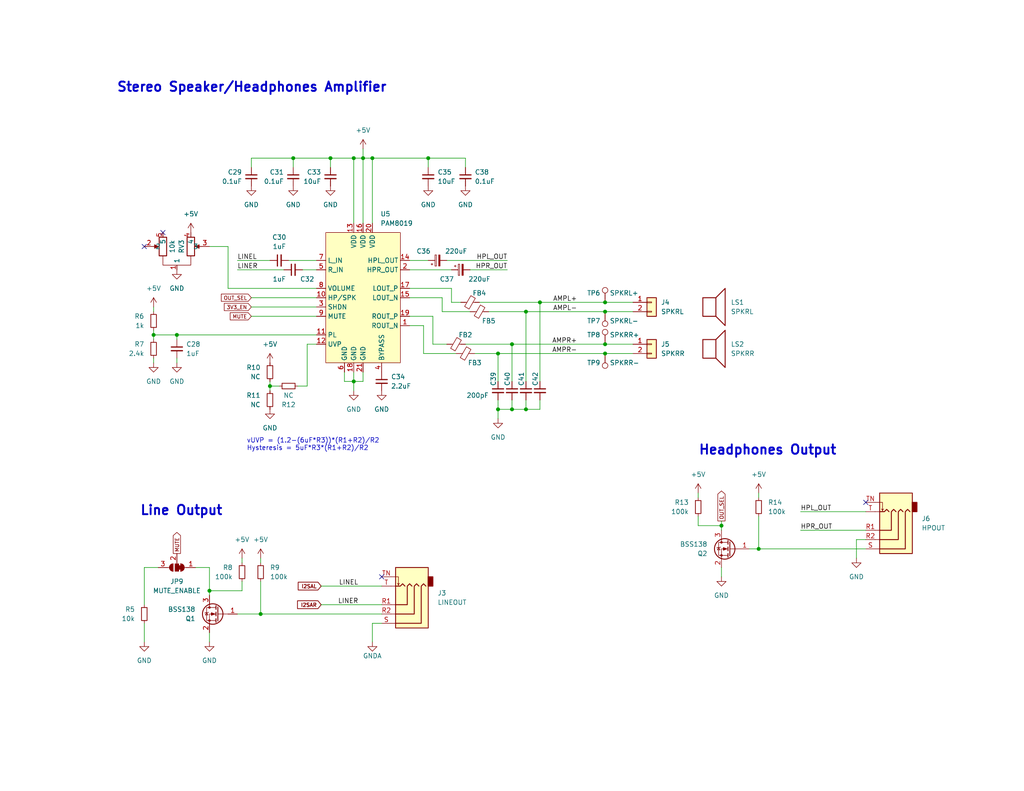
<source format=kicad_sch>
(kicad_sch (version 20231120) (generator "eeschema") (generator_version "8.0")
  (paper "A")
  (title_block (title "pico_synth_sandbox - Audio Output") (date "2023-11-30") (rev "2") (comment 3 "pico-synth-sandbox.dcdalrymple.com") (comment 4 "D Cooper Dalrymple"))
  (lib_symbols
    (symbol "Connector:TestPoint" (pin_numbers hide) (pin_names (offset 0.762) hide)
      (property "Reference" "TP" (at 0 6.858 0))
      (property "Value" "TestPoint" (at 0 5.08 0))
      (symbol "TestPoint_0_1"
        (circle (center 0 3.302) (radius 0.762))
      )
      (symbol "TestPoint_1_1"
        (pin passive line (at 0 0 90) (length 2.54) (name "1") (number "1"))
      )
    )
    (symbol "Connector_Audio:AudioJack4_SwitchT1"
      (property "Reference" "J" (at 0 11.43 0))
      (property "Value" "AudioJack4_SwitchT1" (at 0 8.89 0))
      (symbol "AudioJack4_SwitchT1_0_1"
        (rectangle (start -7.62 -5.08) (end -8.89 -7.62) (stroke (width 0.254)) (fill (type outline)))
        (polyline (pts (xy 1.27 -5.08) (xy 2.54 -5.08)))
        (polyline (pts (xy 1.27 2.54) (xy 2.54 2.54)))
        (polyline (pts (xy 2.54 0) (xy 1.27 0)))
        (polyline (pts (xy 2.54 5.08) (xy 1.27 5.08)))
        (rectangle (start 1.27 6.35) (end -7.62 -10.16) (stroke (width 0.254)) (fill (type background)))
      )
      (symbol "AudioJack4_SwitchT1_1_1"
        (polyline (pts (xy 0.508 -5.334) (xy 0.762 -5.842)))
        (polyline (pts (xy -1.27 -5.08) (xy -0.635 -5.715) (xy 0 -5.08) (xy 1.27 -5.08)) (stroke (width 0.254)))
        (polyline (pts (xy 2.54 -7.62) (xy 0.508 -7.62) (xy 0.508 -5.334) (xy 0.254 -5.842)))
        (polyline (pts (xy -3.175 -5.08) (xy -2.54 -5.715) (xy -1.905 -5.08) (xy -1.905 0) (xy 1.27 0)) (stroke (width 0.254)))
        (polyline (pts (xy 1.27 2.54) (xy -3.81 2.54) (xy -3.81 -5.08) (xy -4.445 -5.715) (xy -5.08 -5.08)) (stroke (width 0.254)))
        (polyline (pts (xy 1.27 5.08) (xy -5.715 5.08) (xy -5.715 -5.08) (xy -6.35 -5.715) (xy -6.985 -5.08)) (stroke (width 0.254)))
        (pin passive line (at 5.08 0 180) (length 2.54) (name "~") (number "R1"))
        (pin passive line (at 5.08 2.54 180) (length 2.54) (name "~") (number "R2"))
        (pin passive line (at 5.08 5.08 180) (length 2.54) (name "~") (number "S"))
        (pin passive line (at 5.08 -5.08 180) (length 2.54) (name "~") (number "T"))
        (pin passive line (at 5.08 -7.62 180) (length 2.54) (name "~") (number "TN"))
      )
    )
    (symbol "Connector_Generic:Conn_01x02" (pin_names (offset 1.016) hide)
      (property "Reference" "J" (at 0 2.54 0))
      (property "Value" "Conn_01x02" (at 0 -5.08 0))
      (symbol "Conn_01x02_1_1"
        (rectangle (start -1.27 -2.413) (end 0 -2.667) (stroke (width 0.1524)))
        (rectangle (start -1.27 0.127) (end 0 -0.127) (stroke (width 0.1524)))
        (rectangle (start -1.27 1.27) (end 1.27 -3.81) (stroke (width 0.254)) (fill (type background)))
        (pin passive line (at -5.08 0 0) (length 3.81) (name "Pin_1") (number "1"))
        (pin passive line (at -5.08 -2.54 0) (length 3.81) (name "Pin_2") (number "2"))
      )
    )
    (symbol "Device:C_Polarized_Small" (pin_numbers hide) (pin_names (offset 0.254) hide)
      (property "Reference" "C" (at 0.254 1.778 0))
      (property "Value" "C_Polarized_Small" (at 0.254 -2.032 0))
      (symbol "C_Polarized_Small_0_1"
        (rectangle (start -1.524 -0.3048) (end 1.524 -0.6858) (fill (type outline)))
        (rectangle (start -1.524 0.6858) (end 1.524 0.3048))
        (polyline (pts (xy -1.27 1.524) (xy -0.762 1.524)))
        (polyline (pts (xy -1.016 1.27) (xy -1.016 1.778)))
      )
      (symbol "C_Polarized_Small_1_1"
        (pin passive line (at 0 2.54 270) (length 1.8542) (name "~") (number "1"))
        (pin passive line (at 0 -2.54 90) (length 1.8542) (name "~") (number "2"))
      )
    )
    (symbol "Device:C_Small" (pin_numbers hide) (pin_names (offset 0.254) hide)
      (property "Reference" "C" (at 0.254 1.778 0))
      (property "Value" "C_Small" (at 0.254 -2.032 0))
      (symbol "C_Small_0_1"
        (polyline (pts (xy -1.524 -0.508) (xy 1.524 -0.508)) (stroke (width 0.3302)))
        (polyline (pts (xy -1.524 0.508) (xy 1.524 0.508)) (stroke (width 0.3048)))
      )
      (symbol "C_Small_1_1"
        (pin passive line (at 0 2.54 270) (length 2.032) (name "~") (number "1"))
        (pin passive line (at 0 -2.54 90) (length 2.032) (name "~") (number "2"))
      )
    )
    (symbol "Device:FerriteBead_Small" (pin_numbers hide) (pin_names (offset 0))
      (property "Reference" "FB" (at 1.905 1.27 0))
      (property "Value" "FerriteBead_Small" (at 1.905 -1.27 0))
      (symbol "FerriteBead_Small_0_1"
        (polyline (pts (xy 0 -1.27) (xy 0 -0.7874)))
        (polyline (pts (xy 0 0.889) (xy 0 1.2954)))
        (polyline (pts (xy -1.8288 0.2794) (xy -1.1176 1.4986) (xy 1.8288 -0.2032) (xy 1.1176 -1.4224) (xy -1.8288 0.2794)))
      )
      (symbol "FerriteBead_Small_1_1"
        (pin passive line (at 0 2.54 270) (length 1.27) (name "~") (number "1"))
        (pin passive line (at 0 -2.54 90) (length 1.27) (name "~") (number "2"))
      )
    )
    (symbol "Device:R_Small" (pin_numbers hide) (pin_names (offset 0.254) hide)
      (property "Reference" "R" (at 0.762 0.508 0))
      (property "Value" "R_Small" (at 0.762 -1.016 0))
      (symbol "R_Small_0_1"
        (rectangle (start -0.762 1.778) (end 0.762 -1.778) (stroke (width 0.2032)))
      )
      (symbol "R_Small_1_1"
        (pin passive line (at 0 2.54 270) (length 0.762) (name "~") (number "1"))
        (pin passive line (at 0 -2.54 90) (length 0.762) (name "~") (number "2"))
      )
    )
    (symbol "Jumper:SolderJumper_3_Bridged12" (pin_names (offset 0) hide)
      (property "Reference" "JP" (at -2.54 -2.54 0))
      (property "Value" "SolderJumper_3_Bridged12" (at 0 2.794 0))
      (symbol "SolderJumper_3_Bridged12_0_1"
        (rectangle (start -1.016 0.508) (end -0.508 -0.508) (fill (type outline)))
        (arc (start -1.016 1.016) (mid -2.0276 0) (end -1.016 -1.016))
        (arc (start -1.016 1.016) (mid -2.0276 0) (end -1.016 -1.016) (fill (type outline)))
        (rectangle (start -0.508 1.016) (end 0.508 -1.016) (fill (type outline)))
        (polyline (pts (xy -2.54 0) (xy -2.032 0)))
        (polyline (pts (xy -1.016 1.016) (xy -1.016 -1.016)))
        (polyline (pts (xy 0 -1.27) (xy 0 -1.016)))
        (polyline (pts (xy 1.016 1.016) (xy 1.016 -1.016)))
        (polyline (pts (xy 2.54 0) (xy 2.032 0)))
        (arc (start 1.016 -1.016) (mid 2.0276 0) (end 1.016 1.016))
        (arc (start 1.016 -1.016) (mid 2.0276 0) (end 1.016 1.016) (fill (type outline)))
      )
      (symbol "SolderJumper_3_Bridged12_1_1"
        (pin passive line (at -5.08 0 0) (length 2.54) (name "A") (number "1"))
        (pin passive line (at 0 -3.81 90) (length 2.54) (name "C") (number "2"))
        (pin passive line (at 5.08 0 180) (length 2.54) (name "B") (number "3"))
      )
    )
    (symbol "Transistor_FET:BSS138" (pin_names hide)
      (property "Reference" "Q" (at 5.08 1.905 0))
      (property "Value" "BSS138" (at 5.08 0 0))
      (symbol "BSS138_0_1"
        (polyline (pts (xy 0.254 0) (xy -2.54 0)))
        (polyline (pts (xy 0.254 1.905) (xy 0.254 -1.905)) (stroke (width 0.254)))
        (polyline (pts (xy 0.762 -1.27) (xy 0.762 -2.286)) (stroke (width 0.254)))
        (polyline (pts (xy 0.762 0.508) (xy 0.762 -0.508)) (stroke (width 0.254)))
        (polyline (pts (xy 0.762 2.286) (xy 0.762 1.27)) (stroke (width 0.254)))
        (polyline (pts (xy 2.54 2.54) (xy 2.54 1.778)))
        (polyline (pts (xy 2.54 -2.54) (xy 2.54 0) (xy 0.762 0)))
        (polyline (pts (xy 0.762 -1.778) (xy 3.302 -1.778) (xy 3.302 1.778) (xy 0.762 1.778)))
        (polyline (pts (xy 1.016 0) (xy 2.032 0.381) (xy 2.032 -0.381) (xy 1.016 0)) (fill (type outline)))
        (polyline (pts (xy 2.794 0.508) (xy 2.921 0.381) (xy 3.683 0.381) (xy 3.81 0.254)))
        (polyline (pts (xy 3.302 0.381) (xy 2.921 -0.254) (xy 3.683 -0.254) (xy 3.302 0.381)))
        (circle (center 1.651 0) (radius 2.794) (stroke (width 0.254)))
        (circle (center 2.54 -1.778) (radius 0.254) (fill (type outline)))
        (circle (center 2.54 1.778) (radius 0.254) (fill (type outline)))
      )
      (symbol "BSS138_1_1"
        (pin input line (at -5.08 0 0) (length 2.54) (name "G") (number "1"))
        (pin passive line (at 2.54 -5.08 90) (length 2.54) (name "S") (number "2"))
        (pin passive line (at 2.54 5.08 270) (length 2.54) (name "D") (number "3"))
      )
    )
    (symbol "pico_synth_sandbox:MiniOvalSpeaker" (pin_names (offset 0) hide)
      (property "Reference" "LS" (at 1.27 5.715 0))
      (property "Value" "MiniOvalSpeaker" (at 1.27 3.81 0))
      (symbol "MiniOvalSpeaker_0_0"
        (rectangle (start -2.54 1.27) (end 1.016 -3.81) (stroke (width 0.254)))
        (polyline (pts (xy 1.016 1.27) (xy 3.556 3.81) (xy 3.556 -6.35) (xy 1.016 -3.81)) (stroke (width 0.254)))
      )
    )
    (symbol "pico_synth_sandbox:PAM8019"
      (property "Reference" "U" (at -10.16 16.51 0))
      (property "Value" "PAM8019" (at 10.16 16.51 0))
      (symbol "PAM8019_1_1"
        (rectangle (start -10.16 15.24) (end 10.16 -20.32) (fill (type background)))
        (pin output line (at 12.7 -10.16 180) (length 2.54) (name "ROUT_N") (number "1"))
        (pin input line (at -12.7 -2.54 0) (length 2.54) (name "HP/SPK") (number "10"))
        (pin input line (at -12.7 -12.7 0) (length 2.54) (name "PL") (number "11"))
        (pin input line (at -12.7 -15.24 0) (length 2.54) (name "UVP") (number "12"))
        (pin power_in line (at -2.54 17.78 270) (length 2.54) (name "VDD") (number "13"))
        (pin output line (at 12.7 7.62 180) (length 2.54) (name "HPL_OUT") (number "14"))
        (pin output line (at 12.7 -2.54 180) (length 2.54) (name "LOUT_N") (number "15"))
        (pin power_in line (at 0 17.78 270) (length 2.54) (name "VDD") (number "16"))
        (pin output line (at 12.7 0 180) (length 2.54) (name "LOUT_P") (number "17"))
        (pin power_in line (at -2.54 -22.86 90) (length 2.54) (name "GND") (number "18"))
        (pin output line (at 12.7 -7.62 180) (length 2.54) (name "ROUT_P") (number "19"))
        (pin output line (at 12.7 5.08 180) (length 2.54) (name "HPR_OUT") (number "2"))
        (pin power_in line (at 2.54 17.78 270) (length 2.54) (name "VDD") (number "20"))
        (pin power_in line (at 0 -22.86 90) (length 2.54) (name "GND") (number "21"))
        (pin input line (at -12.7 -5.08 0) (length 2.54) (name "SHDN") (number "3"))
        (pin input line (at 5.08 -22.86 90) (length 2.54) (name "BYPASS") (number "4"))
        (pin input line (at -12.7 5.08 0) (length 2.54) (name "R_IN") (number "5"))
        (pin power_in line (at -5.08 -22.86 90) (length 2.54) (name "GND") (number "6"))
        (pin input line (at -12.7 7.62 0) (length 2.54) (name "L_IN") (number "7"))
        (pin input line (at -12.7 0 0) (length 2.54) (name "VOLUME") (number "8"))
        (pin input line (at -12.7 -7.62 0) (length 2.54) (name "MUTE") (number "9"))
      )
    )
    (symbol "pico_synth_sandbox:RK10J12R0A0B"
      (property "Reference" "RV" (at 0 0 0))
      (property "Value" "?" (at 0 0 0))
      (symbol "RK10J12R0A0B_0_1"
        (rectangle (start -4.826 2.54) (end -2.794 -2.54) (stroke (width 0.254)))
        (polyline (pts (xy -6.35 0) (xy -5.334 0)))
        (polyline (pts (xy -6.35 0) (xy -5.334 0)))
        (polyline (pts (xy 6.35 0) (xy 5.334 0)))
        (polyline (pts (xy 6.35 0) (xy 5.334 0)))
        (polyline (pts (xy -4.953 0) (xy -6.096 -0.508) (xy -6.096 0.508) (xy -4.953 0)) (fill (type outline)))
        (polyline (pts (xy -3.81 -2.54) (xy -3.81 -5.08) (xy 3.81 -5.08) (xy 3.81 -2.54)))
        (polyline (pts (xy 4.953 0) (xy 6.096 0.508) (xy 6.096 -0.508) (xy 4.953 0)) (fill (type outline)))
        (rectangle (start 4.826 2.54) (end 2.794 -2.54) (stroke (width 0.254)))
      )
      (symbol "RK10J12R0A0B_1_1"
        (pin passive line (at 0 -6.35 90) (length 1.27) (name "1") (number "1"))
        (pin passive line (at -8.89 0 0) (length 2.54) (name "2") (number "2"))
        (pin passive line (at 8.89 0 180) (length 2.54) (name "3") (number "3"))
        (pin passive line (at 3.81 3.81 270) (length 1.27) (name "4") (number "4"))
        (pin passive line (at -3.81 3.81 270) (length 1.27) (name "5") (number "5"))
      )
    )
    (symbol "power:+5V" (power) (pin_names (offset 0))
      (property "Value" "+5V" (at 0 3.556 0))
      (symbol "+5V_0_1"
        (polyline (pts (xy -0.762 1.27) (xy 0 2.54)))
        (polyline (pts (xy 0 0) (xy 0 2.54)))
        (polyline (pts (xy 0 2.54) (xy 0.762 1.27)))
      )
      (symbol "+5V_1_1"
        (pin power_in line (at 0 0 90) (length 0) hide (name "+5V") (number "1"))
      )
    )
    (symbol "power:GND" (power) (pin_names (offset 0))
      (property "Value" "GND" (at 0 -3.81 0))
      (symbol "GND_0_1"
        (polyline (pts (xy 0 0) (xy 0 -1.27) (xy 1.27 -1.27) (xy 0 -2.54) (xy -1.27 -1.27) (xy 0 -1.27)))
      )
      (symbol "GND_1_1"
        (pin power_in line (at 0 0 270) (length 0) hide (name "GND") (number "1"))
      )
    )
    (symbol "power:GNDA" (power) (pin_names (offset 0))
      (property "Value" "GNDA" (at 0 -3.81 0))
      (symbol "GNDA_0_1"
        (polyline (pts (xy 0 0) (xy 0 -1.27) (xy 1.27 -1.27) (xy 0 -2.54) (xy -1.27 -1.27) (xy 0 -1.27)))
      )
      (symbol "GNDA_1_1"
        (pin power_in line (at 0 0 270) (length 0) hide (name "GNDA") (number "1"))
      )
    )
  )
  (junction (at 135.89 111.76))
  (junction (at 139.7 93.98))
  (junction (at 80.01 43.18))
  (junction (at 71.12 167.64))
  (junction (at 101.6 43.18))
  (junction (at 99.06 43.18))
  (junction (at 165.1 82.55))
  (junction (at 147.32 82.55))
  (junction (at 96.52 104.14))
  (junction (at 165.1 96.52))
  (junction (at 165.1 93.98))
  (junction (at 116.84 43.18))
  (junction (at 135.89 96.52))
  (junction (at 48.26 91.44))
  (junction (at 143.51 111.76))
  (junction (at 96.52 43.18))
  (junction (at 207.01 149.86))
  (junction (at 90.17 43.18))
  (junction (at 196.85 143.51))
  (junction (at 41.91 91.44))
  (junction (at 73.66 105.41))
  (junction (at 57.15 161.29))
  (junction (at 143.51 85.09))
  (junction (at 139.7 111.76))
  (junction (at 165.1 85.09))
  (no_connect (at 44.45 63.5))
  (no_connect (at 39.37 67.31))
  (no_connect (at 236.22 137.16))
  (no_connect (at 104.14 157.48))
  (wire (pts (xy 99.06 43.18) (xy 99.06 60.96)))
  (wire (pts (xy 96.52 101.6) (xy 96.52 104.14)))
  (wire (pts (xy 57.15 161.29) (xy 66.04 161.29)))
  (wire (pts (xy 147.32 82.55) (xy 147.32 104.14)))
  (wire (pts (xy 127 93.98) (xy 139.7 93.98)))
  (wire (pts (xy 99.06 43.18) (xy 101.6 43.18)))
  (wire (pts (xy 53.34 154.94) (xy 57.15 154.94)))
  (wire (pts (xy 233.68 147.32) (xy 236.22 147.32)))
  (wire (pts (xy 73.66 105.41) (xy 73.66 106.68)))
  (wire (pts (xy 196.85 144.78) (xy 196.85 143.51)))
  (wire (pts (xy 78.74 71.12) (xy 86.36 71.12)))
  (wire (pts (xy 116.84 43.18) (xy 127 43.18)))
  (wire (pts (xy 123.19 82.55) (xy 125.73 82.55)))
  (wire (pts (xy 64.77 71.12) (xy 73.66 71.12)))
  (wire (pts (xy 66.04 153.67) (xy 66.04 152.4)))
  (wire (pts (xy 101.6 43.18) (xy 101.6 60.96)))
  (wire (pts (xy 143.51 85.09) (xy 143.51 104.14)))
  (wire (pts (xy 118.11 93.98) (xy 121.92 93.98)))
  (wire (pts (xy 87.63 165.1) (xy 104.14 165.1)))
  (wire (pts (xy 99.06 43.18) (xy 96.52 43.18)))
  (wire (pts (xy 196.85 143.51) (xy 196.85 142.24)))
  (wire (pts (xy 111.76 78.74) (xy 123.19 78.74)))
  (wire (pts (xy 64.77 167.64) (xy 71.12 167.64)))
  (wire (pts (xy 120.65 81.28) (xy 120.65 85.09)))
  (wire (pts (xy 41.91 99.06) (xy 41.91 97.79)))
  (wire (pts (xy 41.91 83.82) (xy 41.91 85.09)))
  (wire (pts (xy 71.12 167.64) (xy 104.14 167.64)))
  (wire (pts (xy 111.76 81.28) (xy 120.65 81.28)))
  (wire (pts (xy 196.85 157.48) (xy 196.85 154.94)))
  (wire (pts (xy 135.89 111.76) (xy 135.89 114.3)))
  (wire (pts (xy 139.7 93.98) (xy 139.7 104.14)))
  (wire (pts (xy 190.5 135.89) (xy 190.5 134.62)))
  (wire (pts (xy 135.89 109.22) (xy 135.89 111.76)))
  (wire (pts (xy 111.76 73.66) (xy 123.19 73.66)))
  (wire (pts (xy 111.76 88.9) (xy 115.57 88.9)))
  (wire (pts (xy 62.23 67.31) (xy 62.23 78.74)))
  (wire (pts (xy 101.6 43.18) (xy 116.84 43.18)))
  (wire (pts (xy 68.58 83.82) (xy 86.36 83.82)))
  (wire (pts (xy 64.77 73.66) (xy 77.47 73.66)))
  (wire (pts (xy 118.11 86.36) (xy 118.11 93.98)))
  (wire (pts (xy 147.32 82.55) (xy 165.1 82.55)))
  (wire (pts (xy 207.01 140.97) (xy 207.01 149.86)))
  (wire (pts (xy 39.37 170.18) (xy 39.37 175.26)))
  (wire (pts (xy 93.98 101.6) (xy 93.98 104.14)))
  (wire (pts (xy 68.58 86.36) (xy 86.36 86.36)))
  (wire (pts (xy 71.12 152.4) (xy 71.12 153.67)))
  (wire (pts (xy 111.76 71.12) (xy 116.84 71.12)))
  (wire (pts (xy 99.06 104.14) (xy 99.06 101.6)))
  (wire (pts (xy 123.19 78.74) (xy 123.19 82.55)))
  (wire (pts (xy 101.6 170.18) (xy 101.6 175.26)))
  (wire (pts (xy 233.68 152.4) (xy 233.68 147.32)))
  (wire (pts (xy 115.57 96.52) (xy 124.46 96.52)))
  (wire (pts (xy 80.01 43.18) (xy 68.58 43.18)))
  (wire (pts (xy 90.17 43.18) (xy 90.17 45.72)))
  (wire (pts (xy 147.32 111.76) (xy 143.51 111.76)))
  (wire (pts (xy 87.63 160.02) (xy 104.14 160.02)))
  (wire (pts (xy 135.89 96.52) (xy 135.89 104.14)))
  (wire (pts (xy 207.01 134.62) (xy 207.01 135.89)))
  (wire (pts (xy 80.01 43.18) (xy 80.01 45.72)))
  (wire (pts (xy 133.35 85.09) (xy 143.51 85.09)))
  (wire (pts (xy 41.91 91.44) (xy 48.26 91.44)))
  (wire (pts (xy 135.89 96.52) (xy 165.1 96.52)))
  (wire (pts (xy 71.12 158.75) (xy 71.12 167.64)))
  (wire (pts (xy 48.26 91.44) (xy 48.26 92.71)))
  (wire (pts (xy 165.1 93.98) (xy 172.72 93.98)))
  (wire (pts (xy 204.47 149.86) (xy 207.01 149.86)))
  (wire (pts (xy 57.15 162.56) (xy 57.15 161.29)))
  (wire (pts (xy 139.7 109.22) (xy 139.7 111.76)))
  (wire (pts (xy 165.1 85.09) (xy 172.72 85.09)))
  (wire (pts (xy 68.58 43.18) (xy 68.58 45.72)))
  (wire (pts (xy 57.15 67.31) (xy 62.23 67.31)))
  (wire (pts (xy 96.52 43.18) (xy 96.52 60.96)))
  (wire (pts (xy 96.52 104.14) (xy 99.06 104.14)))
  (wire (pts (xy 83.82 105.41) (xy 81.28 105.41)))
  (wire (pts (xy 82.55 73.66) (xy 86.36 73.66)))
  (wire (pts (xy 130.81 82.55) (xy 147.32 82.55)))
  (wire (pts (xy 93.98 104.14) (xy 96.52 104.14)))
  (wire (pts (xy 83.82 93.98) (xy 83.82 105.41)))
  (wire (pts (xy 115.57 88.9) (xy 115.57 96.52)))
  (wire (pts (xy 190.5 143.51) (xy 190.5 140.97)))
  (wire (pts (xy 68.58 81.28) (xy 86.36 81.28)))
  (wire (pts (xy 104.14 170.18) (xy 101.6 170.18)))
  (wire (pts (xy 143.51 111.76) (xy 139.7 111.76)))
  (wire (pts (xy 143.51 109.22) (xy 143.51 111.76)))
  (wire (pts (xy 48.26 99.06) (xy 48.26 97.79)))
  (wire (pts (xy 99.06 40.64) (xy 99.06 43.18)))
  (wire (pts (xy 39.37 154.94) (xy 43.18 154.94)))
  (wire (pts (xy 76.2 105.41) (xy 73.66 105.41)))
  (wire (pts (xy 165.1 82.55) (xy 172.72 82.55)))
  (wire (pts (xy 86.36 93.98) (xy 83.82 93.98)))
  (wire (pts (xy 196.85 143.51) (xy 190.5 143.51)))
  (wire (pts (xy 207.01 149.86) (xy 236.22 149.86)))
  (wire (pts (xy 57.15 175.26) (xy 57.15 172.72)))
  (wire (pts (xy 41.91 90.17) (xy 41.91 91.44)))
  (wire (pts (xy 139.7 93.98) (xy 165.1 93.98)))
  (wire (pts (xy 127 43.18) (xy 127 45.72)))
  (wire (pts (xy 57.15 154.94) (xy 57.15 161.29)))
  (wire (pts (xy 218.44 144.78) (xy 236.22 144.78)))
  (wire (pts (xy 41.91 91.44) (xy 41.91 92.71)))
  (wire (pts (xy 90.17 43.18) (xy 80.01 43.18)))
  (wire (pts (xy 62.23 78.74) (xy 86.36 78.74)))
  (wire (pts (xy 120.65 85.09) (xy 128.27 85.09)))
  (wire (pts (xy 121.92 71.12) (xy 138.43 71.12)))
  (wire (pts (xy 143.51 85.09) (xy 165.1 85.09)))
  (wire (pts (xy 218.44 139.7) (xy 236.22 139.7)))
  (wire (pts (xy 139.7 111.76) (xy 135.89 111.76)))
  (wire (pts (xy 111.76 86.36) (xy 118.11 86.36)))
  (wire (pts (xy 96.52 43.18) (xy 90.17 43.18)))
  (wire (pts (xy 39.37 154.94) (xy 39.37 165.1)))
  (wire (pts (xy 128.27 73.66) (xy 138.43 73.66)))
  (wire (pts (xy 165.1 96.52) (xy 172.72 96.52)))
  (wire (pts (xy 48.26 91.44) (xy 86.36 91.44)))
  (wire (pts (xy 96.52 104.14) (xy 96.52 106.68)))
  (wire (pts (xy 116.84 43.18) (xy 116.84 45.72)))
  (wire (pts (xy 147.32 109.22) (xy 147.32 111.76)))
  (wire (pts (xy 73.66 105.41) (xy 73.66 104.14)))
  (wire (pts (xy 129.54 96.52) (xy 135.89 96.52)))
  (wire (pts (xy 66.04 161.29) (xy 66.04 158.75)))
  (text "Stereo Speaker/Headphones Amplifier" (at 31.75 25.4 0) (effects (font (size 2.54 2.54) (thickness 0.508) (bold yes)) (justify left bottom)))
  (text "Line Output" (at 38.1 140.97 0) (effects (font (size 2.54 2.54) (thickness 0.508) (bold yes)) (justify left bottom)))
  (text "vUVP = (1.2-(6uF*R3))*(R1+R2)/R2\nHysteresis = 5uF*R3*(R1+R2)/R2" (at 67.31 123.19 0) (effects (font (size 1.27 1.27)) (justify left bottom)))
  (text "Headphones Output" (at 190.5 124.46 0) (effects (font (size 2.54 2.54) (thickness 0.508) (bold yes)) (justify left bottom)))
  (label "AMPL+" (at 157.48 82.55 180))
  (label "LINEL" (at 97.79 160.02 180))
  (label "AMPL-" (at 157.48 85.09 180))
  (label "HPL_OUT" (at 218.44 139.7 0))
  (label "LINER" (at 97.79 165.1 180))
  (label "HPR_OUT" (at 218.44 144.78 0))
  (label "AMPR-" (at 157.48 96.52 180))
  (label "HPL_OUT" (at 138.43 71.12 180))
  (label "LINEL" (at 64.77 71.12 0))
  (label "AMPR+" (at 157.48 93.98 180))
  (label "HPR_OUT" (at 138.43 73.66 180))
  (label "LINER" (at 64.77 73.66 0))
  (global_label "I2SAR" (shape input) (at 87.63 165.1 180) (effects (font (size 1 1) (bold yes))) (property "Intersheetrefs" "${INTERSHEET_REFS}" (effects (hide yes))))
  (global_label "OUT_SEL" (shape input) (at 68.58 81.28 180) (effects (font (size 1 1))) (property "Intersheetrefs" "${INTERSHEET_REFS}" (effects (hide yes))))
  (global_label "MUTE" (shape input) (at 68.58 86.36 180) (effects (font (size 1 1))) (property "Intersheetrefs" "${INTERSHEET_REFS}" (effects (hide yes))))
  (global_label "MUTE" (shape output) (at 48.26 151.13 90) (effects (font (size 1 1))) (property "Intersheetrefs" "${INTERSHEET_REFS}" (effects (hide yes))))
  (global_label "3V3_EN" (shape input) (at 68.58 83.82 180) (effects (font (size 1 1))) (property "Intersheetrefs" "${INTERSHEET_REFS}" (effects (hide yes))))
  (global_label "OUT_SEL" (shape output) (at 196.85 142.24 90) (effects (font (size 1 1))) (property "Intersheetrefs" "${INTERSHEET_REFS}" (effects (hide yes))))
  (global_label "I2SAL" (shape input) (at 87.63 160.02 180) (effects (font (size 1 1) (bold yes))) (property "Intersheetrefs" "${INTERSHEET_REFS}" (effects (hide yes))))
  (symbol (lib_id "Connector:TestPoint") (at 165.1 96.52 0) (mirror x) (unit 1)
    (property "Reference" "TP9" (at 163.83 99.06 0) (effects (justify right)))
    (property "Value" "SPKRR-" (at 166.37 99.06 0) (effects (justify left)))
    (property "Footprint" "TestPoint:TestPoint_Pad_D2.0mm" (effects (hide yes)))
  )
  (symbol (lib_id "power:+5V") (at 207.01 134.62 0) (unit 1)
    (property "Reference" "#PWR0104" (effects (hide yes)))
    (property "Value" "+5V" (at 207.01 129.54 0))
  )
  (symbol (lib_id "Device:FerriteBead_Small") (at 127 96.52 270) (unit 1)
    (property "Reference" "FB3" (at 129.54 99.06 90))
    (property "Value" "FSPKRR-" (effects (hide yes)))
    (property "Footprint" "Resistor_SMD:R_0805_2012Metric_Pad1.20x1.40mm_HandSolder" (effects (hide yes)))
  )
  (symbol (lib_id "Connector_Generic:Conn_01x02") (at 177.8 82.55 0) (unit 1)
    (property "Reference" "J4" (at 180.34 82.55 0) (effects (justify left)))
    (property "Value" "SPKRL" (at 180.34 85.09 0) (effects (justify left)))
    (property "Footprint" "Connector_Molex:Molex_PicoBlade_53261-0271_1x02-1MP_P1.25mm_Horizontal" (effects (hide yes)))
  )
  (symbol (lib_id "power:GND") (at 233.68 152.4 0) (unit 1)
    (property "Reference" "#PWR0105" (effects (hide yes)))
    (property "Value" "GND" (at 233.68 157.48 0))
  )
  (symbol (lib_id "Device:C_Small") (at 104.14 104.14 0) (unit 1)
    (property "Reference" "C34" (at 106.68 102.8763 0) (effects (justify left)))
    (property "Value" "2.2uF" (at 106.68 105.4163 0) (effects (justify left)))
    (property "Footprint" "Capacitor_SMD:C_0805_2012Metric_Pad1.18x1.45mm_HandSolder" (effects (hide yes)))
  )
  (symbol (lib_id "Transistor_FET:BSS138") (at 59.69 167.64 0) (mirror y) (unit 1)
    (property "Reference" "Q1" (at 53.34 168.91 0) (effects (justify left)))
    (property "Value" "BSS138" (at 53.34 166.37 0) (effects (justify left)))
    (property "Footprint" "Package_TO_SOT_SMD:SOT-23" (effects (hide yes)))
    (property "Datasheet" "https://www.onsemi.com/pub/Collateral/BSS138-D.PDF" (effects (hide yes)))
  )
  (symbol (lib_id "power:GND") (at 48.26 73.66 0) (unit 1)
    (property "Reference" "#PWR084" (effects (hide yes)))
    (property "Value" "GND" (at 48.26 78.74 0))
  )
  (symbol (lib_id "power:+5V") (at 66.04 152.4 0) (unit 1)
    (property "Reference" "#PWR088" (effects (hide yes)))
    (property "Value" "+5V" (at 66.04 147.32 0))
  )
  (symbol (lib_id "Device:R_Small") (at 73.66 101.6 0) (mirror y) (unit 1)
    (property "Reference" "R10" (at 71.12 100.33 0) (effects (justify left)))
    (property "Value" "NC" (at 71.12 102.87 0) (effects (justify left)))
    (property "Footprint" "Resistor_SMD:R_0805_2012Metric_Pad1.20x1.40mm_HandSolder" (effects (hide yes)))
  )
  (symbol (lib_id "Device:R_Small") (at 78.74 105.41 90) (mirror x) (unit 1)
    (property "Reference" "R12" (at 78.74 110.49 90))
    (property "Value" "NC" (at 78.74 107.95 90))
    (property "Footprint" "Resistor_SMD:R_0805_2012Metric_Pad1.20x1.40mm_HandSolder" (effects (hide yes)))
  )
  (symbol (lib_id "Connector_Audio:AudioJack4_SwitchT1") (at 109.22 165.1 180) (unit 1)
    (property "Reference" "J3" (at 119.38 161.925 0) (effects (justify right)))
    (property "Value" "LINEOUT" (at 119.38 164.465 0) (effects (justify right)))
    (property "Footprint" "pico_synth_sandbox:Jack_3.5mm_PJ327A_Horizontal" (effects (hide yes)))
  )
  (symbol (lib_id "Device:R_Small") (at 73.66 109.22 0) (mirror y) (unit 1)
    (property "Reference" "R11" (at 71.12 107.95 0) (effects (justify left)))
    (property "Value" "NC" (at 71.12 110.49 0) (effects (justify left)))
    (property "Footprint" "Resistor_SMD:R_0805_2012Metric_Pad1.20x1.40mm_HandSolder" (effects (hide yes)))
  )
  (symbol (lib_id "power:+5V") (at 52.07 63.5 0) (unit 1)
    (property "Reference" "#PWR086" (effects (hide yes)))
    (property "Value" "+5V" (at 52.07 58.42 0))
  )
  (symbol (lib_id "Device:C_Small") (at 80.01 48.26 0) (unit 1)
    (property "Reference" "C31" (at 77.47 46.9963 0) (effects (justify right)))
    (property "Value" "0.1uF" (at 77.47 49.5363 0) (effects (justify right)))
    (property "Footprint" "Capacitor_SMD:C_0805_2012Metric_Pad1.18x1.45mm_HandSolder" (effects (hide yes)))
  )
  (symbol (lib_id "Device:FerriteBead_Small") (at 130.81 85.09 270) (unit 1)
    (property "Reference" "FB5" (at 133.35 87.63 90))
    (property "Value" "FSPKRL-" (effects (hide yes)))
    (property "Footprint" "Resistor_SMD:R_0805_2012Metric_Pad1.20x1.40mm_HandSolder" (effects (hide yes)))
  )
  (symbol (lib_id "Connector_Generic:Conn_01x02") (at 177.8 93.98 0) (unit 1)
    (property "Reference" "J5" (at 180.34 93.98 0) (effects (justify left)))
    (property "Value" "SPKRR" (at 180.34 96.52 0) (effects (justify left)))
    (property "Footprint" "Connector_Molex:Molex_PicoBlade_53261-0271_1x02-1MP_P1.25mm_Horizontal" (effects (hide yes)))
  )
  (symbol (lib_id "power:GND") (at 41.91 99.06 0) (unit 1)
    (property "Reference" "#PWR083" (effects (hide yes)))
    (property "Value" "GND" (at 41.91 104.14 0))
  )
  (symbol (lib_id "Device:R_Small") (at 39.37 167.64 0) (mirror y) (unit 1)
    (property "Reference" "R5" (at 36.83 166.37 0) (effects (justify left)))
    (property "Value" "10k" (at 36.83 168.91 0) (effects (justify left)))
    (property "Footprint" "Resistor_SMD:R_0805_2012Metric_Pad1.20x1.40mm_HandSolder" (effects (hide yes)))
  )
  (symbol (lib_id "power:GND") (at 68.58 50.8 0) (unit 1)
    (property "Reference" "#PWR089" (effects (hide yes)))
    (property "Value" "GND" (at 68.58 55.88 0))
  )
  (symbol (lib_id "power:GNDA") (at 101.6 175.26 0) (mirror y) (unit 1)
    (property "Reference" "#PWR097" (effects (hide yes)))
    (property "Value" "GNDA" (at 101.6 179.07 0))
  )
  (symbol (lib_id "Jumper:SolderJumper_3_Bridged12") (at 48.26 154.94 180) (unit 1)
    (property "Reference" "JP9" (at 48.26 158.75 0))
    (property "Value" "MUTE_ENABLE" (at 48.26 161.29 0))
    (property "Footprint" "Jumper:SolderJumper-3_P1.3mm_Bridged12_RoundedPad1.0x1.5mm" (effects (hide yes)))
  )
  (symbol (lib_id "Device:R_Small") (at 41.91 87.63 0) (mirror y) (unit 1)
    (property "Reference" "R6" (at 39.37 86.36 0) (effects (justify left)))
    (property "Value" "1k" (at 39.37 88.9 0) (effects (justify left)))
    (property "Footprint" "Resistor_SMD:R_0805_2012Metric_Pad1.20x1.40mm_HandSolder" (effects (hide yes)))
  )
  (symbol (lib_id "power:GND") (at 104.14 106.68 0) (unit 1)
    (property "Reference" "#PWR098" (effects (hide yes)))
    (property "Value" "GND" (at 104.14 111.76 0))
  )
  (symbol (lib_id "power:+5V") (at 190.5 134.62 0) (unit 1)
    (property "Reference" "#PWR0102" (effects (hide yes)))
    (property "Value" "+5V" (at 190.5 129.54 0))
  )
  (symbol (lib_id "power:+5V") (at 41.91 83.82 0) (unit 1)
    (property "Reference" "#PWR082" (effects (hide yes)))
    (property "Value" "+5V" (at 41.91 78.74 0))
  )
  (symbol (lib_id "Device:C_Small") (at 76.2 71.12 90) (unit 1)
    (property "Reference" "C30" (at 76.2063 64.77 90))
    (property "Value" "1uF" (at 76.2063 67.31 90))
    (property "Footprint" "Capacitor_SMD:C_0805_2012Metric_Pad1.18x1.45mm_HandSolder" (effects (hide yes)))
  )
  (symbol (lib_id "Device:C_Polarized_Small") (at 125.73 73.66 90) (mirror x) (unit 1)
    (property "Reference" "C37" (at 121.92 76.2 90))
    (property "Value" "220uF" (at 130.81 76.2 90))
    (property "Footprint" "Capacitor_SMD:CP_Elec_6.3x5.4" (effects (hide yes)))
  )
  (symbol (lib_id "Connector:TestPoint") (at 165.1 82.55 0) (unit 1)
    (property "Reference" "TP6" (at 163.83 80.01 0) (effects (justify right)))
    (property "Value" "SPKRL+" (at 166.37 80.01 0) (effects (justify left)))
    (property "Footprint" "TestPoint:TestPoint_Pad_D2.0mm" (effects (hide yes)))
  )
  (symbol (lib_id "power:GND") (at 73.66 111.76 0) (unit 1)
    (property "Reference" "#PWR092" (effects (hide yes)))
    (property "Value" "GND" (at 73.66 116.84 0))
  )
  (symbol (lib_id "power:GND") (at 57.15 175.26 0) (unit 1)
    (property "Reference" "#PWR087" (effects (hide yes)))
    (property "Value" "GND" (at 57.15 180.34 0))
  )
  (symbol (lib_id "Device:C_Small") (at 68.58 48.26 0) (unit 1)
    (property "Reference" "C29" (at 66.04 46.9963 0) (effects (justify right)))
    (property "Value" "0.1uF" (at 66.04 49.5363 0) (effects (justify right)))
    (property "Footprint" "Capacitor_SMD:C_0805_2012Metric_Pad1.18x1.45mm_HandSolder" (effects (hide yes)))
  )
  (symbol (lib_id "Device:R_Small") (at 71.12 156.21 0) (unit 1)
    (property "Reference" "R9" (at 73.66 154.94 0) (effects (justify left)))
    (property "Value" "100k" (at 73.66 157.48 0) (effects (justify left)))
    (property "Footprint" "Resistor_SMD:R_0805_2012Metric_Pad1.20x1.40mm_HandSolder" (effects (hide yes)))
  )
  (symbol (lib_id "Device:C_Small") (at 90.17 48.26 0) (unit 1)
    (property "Reference" "C33" (at 87.63 46.9963 0) (effects (justify right)))
    (property "Value" "10uF" (at 87.63 49.5363 0) (effects (justify right)))
    (property "Footprint" "Capacitor_SMD:C_0805_2012Metric_Pad1.18x1.45mm_HandSolder" (effects (hide yes)))
  )
  (symbol (lib_id "pico_synth_sandbox:PAM8019") (at 99.06 78.74 0) (unit 1)
    (property "Reference" "U5" (at 103.7941 58.42 0) (effects (justify left)))
    (property "Value" "PAM8019" (at 103.7941 60.96 0) (effects (justify left)))
    (property "Footprint" "Package_DFN_QFN:QFN-20-1EP_4x4mm_P0.5mm_EP2.5x2.5mm" (effects (hide yes)))
    (property "Datasheet" "https://www.diodes.com/assets/Datasheets/PAM8019.pdf" (effects (hide yes)))
  )
  (symbol (lib_id "Device:C_Small") (at 135.89 106.68 0) (mirror y) (unit 1)
    (property "Reference" "C39" (at 134.62 105.41 90) (effects (justify left)))
    (property "Value" "200pF" (at 133.35 107.9563 0) (effects (justify left)))
    (property "Footprint" "Capacitor_SMD:C_0805_2012Metric_Pad1.18x1.45mm_HandSolder" (effects (hide yes)))
  )
  (symbol (lib_id "pico_synth_sandbox:RK10J12R0A0B") (at 48.26 67.31 0) (unit 1)
    (property "Reference" "RV3" (at 49.53 67.31 90))
    (property "Value" "10k" (at 46.99 67.31 90))
    (property "Footprint" "pico_synth_sandbox:RK10J12R0A0B" (effects (hide yes)))
    (property "Datasheet" "https://www.mouser.com/datasheet/2/15/RKJ1-1370680.pdf" (effects (hide yes)))
  )
  (symbol (lib_id "power:+5V") (at 99.06 40.64 0) (unit 1)
    (property "Reference" "#PWR096" (effects (hide yes)))
    (property "Value" "+5V" (at 99.06 35.56 0))
  )
  (symbol (lib_id "Device:C_Small") (at 147.32 106.68 0) (unit 1)
    (property "Reference" "C42" (at 146.05 105.41 90) (effects (justify left)))
    (property "Value" "200pF" (effects (hide yes)))
    (property "Footprint" "Capacitor_SMD:C_0805_2012Metric_Pad1.18x1.45mm_HandSolder" (effects (hide yes)))
  )
  (symbol (lib_id "power:GND") (at 80.01 50.8 0) (unit 1)
    (property "Reference" "#PWR093" (effects (hide yes)))
    (property "Value" "GND" (at 80.01 55.88 0))
  )
  (symbol (lib_id "Connector:TestPoint") (at 165.1 85.09 0) (mirror x) (unit 1)
    (property "Reference" "TP7" (at 163.83 87.63 0) (effects (justify right)))
    (property "Value" "SPKRL-" (at 166.37 87.63 0) (effects (justify left)))
    (property "Footprint" "TestPoint:TestPoint_Pad_D2.0mm" (effects (hide yes)))
  )
  (symbol (lib_id "Device:FerriteBead_Small") (at 128.27 82.55 90) (unit 1)
    (property "Reference" "FB4" (at 130.81 80.01 90))
    (property "Value" "FSPKRL+" (effects (hide yes)))
    (property "Footprint" "Resistor_SMD:R_0805_2012Metric_Pad1.20x1.40mm_HandSolder" (effects (hide yes)))
  )
  (symbol (lib_id "Transistor_FET:BSS138") (at 199.39 149.86 0) (mirror y) (unit 1)
    (property "Reference" "Q2" (at 193.04 151.13 0) (effects (justify left)))
    (property "Value" "BSS138" (at 193.04 148.59 0) (effects (justify left)))
    (property "Footprint" "Package_TO_SOT_SMD:SOT-23" (effects (hide yes)))
    (property "Datasheet" "https://www.onsemi.com/pub/Collateral/BSS138-D.PDF" (effects (hide yes)))
  )
  (symbol (lib_id "power:GND") (at 135.89 114.3 0) (unit 1)
    (property "Reference" "#PWR0101" (effects (hide yes)))
    (property "Value" "GND" (at 135.89 119.38 0))
  )
  (symbol (lib_id "power:GND") (at 196.85 157.48 0) (unit 1)
    (property "Reference" "#PWR0103" (effects (hide yes)))
    (property "Value" "GND" (at 196.85 162.56 0))
  )
  (symbol (lib_id "Device:C_Small") (at 80.01 73.66 90) (mirror x) (unit 1)
    (property "Reference" "C32" (at 83.82 76.2 90))
    (property "Value" "1uF" (at 76.2 76.2 90))
    (property "Footprint" "Capacitor_SMD:C_0805_2012Metric_Pad1.18x1.45mm_HandSolder" (effects (hide yes)))
  )
  (symbol (lib_id "Device:C_Small") (at 143.51 106.68 0) (unit 1)
    (property "Reference" "C41" (at 142.24 105.41 90) (effects (justify left)))
    (property "Value" "200pF" (effects (hide yes)))
    (property "Footprint" "Capacitor_SMD:C_0805_2012Metric_Pad1.18x1.45mm_HandSolder" (effects (hide yes)))
  )
  (symbol (lib_id "Device:R_Small") (at 66.04 156.21 0) (mirror y) (unit 1)
    (property "Reference" "R8" (at 63.5 154.94 0) (effects (justify left)))
    (property "Value" "100k" (at 63.5 157.48 0) (effects (justify left)))
    (property "Footprint" "Resistor_SMD:R_0805_2012Metric_Pad1.20x1.40mm_HandSolder" (effects (hide yes)))
  )
  (symbol (lib_id "power:+5V") (at 73.66 99.06 0) (unit 1)
    (property "Reference" "#PWR091" (effects (hide yes)))
    (property "Value" "+5V" (at 73.66 93.98 0))
  )
  (symbol (lib_id "power:GND") (at 48.26 99.06 0) (unit 1)
    (property "Reference" "#PWR085" (effects (hide yes)))
    (property "Value" "GND" (at 48.26 104.14 0))
  )
  (symbol (lib_id "power:GND") (at 96.52 106.68 0) (unit 1)
    (property "Reference" "#PWR095" (effects (hide yes)))
    (property "Value" "GND" (at 96.52 111.76 0))
  )
  (symbol (lib_id "pico_synth_sandbox:MiniOvalSpeaker") (at 194.31 82.55 0) (unit 1)
    (property "Reference" "LS1" (at 199.39 82.55 0) (effects (justify left)))
    (property "Value" "SPKRL" (at 199.39 85.09 0) (effects (justify left)))
    (property "Footprint" "pico_synth_sandbox:MiniOvalSpeaker" (effects (hide yes)))
    (property "Datasheet" "https://cdn-shop.adafruit.com/product-files/4227/C13238-001+spec+RB-2030008G-046LR-E+for+C13238-001++%281%29.pdf" (effects (hide yes)))
  )
  (symbol (lib_id "Device:FerriteBead_Small") (at 124.46 93.98 90) (unit 1)
    (property "Reference" "FB2" (at 127 91.44 90))
    (property "Value" "FSPKRR+" (effects (hide yes)))
    (property "Footprint" "Resistor_SMD:R_0805_2012Metric_Pad1.20x1.40mm_HandSolder" (effects (hide yes)))
  )
  (symbol (lib_id "pico_synth_sandbox:MiniOvalSpeaker") (at 194.31 93.98 0) (unit 1)
    (property "Reference" "LS2" (at 199.39 93.98 0) (effects (justify left)))
    (property "Value" "SPKRR" (at 199.39 96.52 0) (effects (justify left)))
    (property "Footprint" "pico_synth_sandbox:MiniOvalSpeaker" (effects (hide yes)))
    (property "Datasheet" "https://cdn-shop.adafruit.com/product-files/4227/C13238-001+spec+RB-2030008G-046LR-E+for+C13238-001++%281%29.pdf" (effects (hide yes)))
  )
  (symbol (lib_id "Device:R_Small") (at 190.5 138.43 0) (mirror y) (unit 1)
    (property "Reference" "R13" (at 187.96 137.16 0) (effects (justify left)))
    (property "Value" "100k" (at 187.96 139.7 0) (effects (justify left)))
    (property "Footprint" "Resistor_SMD:R_0805_2012Metric_Pad1.20x1.40mm_HandSolder" (effects (hide yes)))
  )
  (symbol (lib_id "Device:C_Small") (at 127 48.26 0) (mirror y) (unit 1)
    (property "Reference" "C38" (at 129.54 46.9963 0) (effects (justify right)))
    (property "Value" "0.1uF" (at 129.54 49.5363 0) (effects (justify right)))
    (property "Footprint" "Capacitor_SMD:C_0805_2012Metric_Pad1.18x1.45mm_HandSolder" (effects (hide yes)))
  )
  (symbol (lib_id "power:GND") (at 39.37 175.26 0) (unit 1)
    (property "Reference" "#PWR081" (effects (hide yes)))
    (property "Value" "GND" (at 39.37 180.34 0))
  )
  (symbol (lib_id "Device:C_Small") (at 116.84 48.26 0) (mirror y) (unit 1)
    (property "Reference" "C35" (at 119.38 46.9963 0) (effects (justify right)))
    (property "Value" "10uF" (at 119.38 49.5363 0) (effects (justify right)))
    (property "Footprint" "Capacitor_SMD:C_0805_2012Metric_Pad1.18x1.45mm_HandSolder" (effects (hide yes)))
  )
  (symbol (lib_id "Connector_Audio:AudioJack4_SwitchT1") (at 241.3 144.78 180) (unit 1)
    (property "Reference" "J6" (at 251.46 141.605 0) (effects (justify right)))
    (property "Value" "HPOUT" (at 251.46 144.145 0) (effects (justify right)))
    (property "Footprint" "pico_synth_sandbox:Jack_3.5mm_PJ327A_Horizontal" (effects (hide yes)))
  )
  (symbol (lib_id "power:GND") (at 90.17 50.8 0) (unit 1)
    (property "Reference" "#PWR094" (effects (hide yes)))
    (property "Value" "GND" (at 90.17 55.88 0))
  )
  (symbol (lib_id "Connector:TestPoint") (at 165.1 93.98 0) (unit 1)
    (property "Reference" "TP8" (at 163.83 91.44 0) (effects (justify right)))
    (property "Value" "SPKRR+" (at 166.37 91.44 0) (effects (justify left)))
    (property "Footprint" "TestPoint:TestPoint_Pad_D2.0mm" (effects (hide yes)))
  )
  (symbol (lib_id "Device:C_Polarized_Small") (at 119.38 71.12 90) (unit 1)
    (property "Reference" "C36" (at 115.57 68.58 90))
    (property "Value" "220uF" (at 124.46 68.58 90))
    (property "Footprint" "Capacitor_SMD:CP_Elec_6.3x5.4" (effects (hide yes)))
  )
  (symbol (lib_id "power:+5V") (at 71.12 152.4 0) (unit 1)
    (property "Reference" "#PWR090" (effects (hide yes)))
    (property "Value" "+5V" (at 71.12 147.32 0))
  )
  (symbol (lib_id "Device:R_Small") (at 41.91 95.25 0) (mirror y) (unit 1)
    (property "Reference" "R7" (at 39.37 93.98 0) (effects (justify left)))
    (property "Value" "2.4k" (at 39.37 96.52 0) (effects (justify left)))
    (property "Footprint" "Resistor_SMD:R_0805_2012Metric_Pad1.20x1.40mm_HandSolder" (effects (hide yes)))
  )
  (symbol (lib_id "power:GND") (at 127 50.8 0) (unit 1)
    (property "Reference" "#PWR0100" (effects (hide yes)))
    (property "Value" "GND" (at 127 55.88 0))
  )
  (symbol (lib_id "Device:C_Small") (at 139.7 106.68 0) (unit 1)
    (property "Reference" "C40" (at 138.43 105.41 90) (effects (justify left)))
    (property "Value" "200pF" (effects (hide yes)))
    (property "Footprint" "Capacitor_SMD:C_0805_2012Metric_Pad1.18x1.45mm_HandSolder" (effects (hide yes)))
  )
  (symbol (lib_id "Device:C_Small") (at 48.26 95.25 0) (unit 1)
    (property "Reference" "C28" (at 50.8 93.9863 0) (effects (justify left)))
    (property "Value" "1uF" (at 50.8 96.5263 0) (effects (justify left)))
    (property "Footprint" "Capacitor_SMD:C_0805_2012Metric_Pad1.18x1.45mm_HandSolder" (effects (hide yes)))
  )
  (symbol (lib_id "Device:R_Small") (at 207.01 138.43 0) (unit 1)
    (property "Reference" "R14" (at 209.55 137.16 0) (effects (justify left)))
    (property "Value" "100k" (at 209.55 139.7 0) (effects (justify left)))
    (property "Footprint" "Resistor_SMD:R_0805_2012Metric_Pad1.20x1.40mm_HandSolder" (effects (hide yes)))
  )
  (symbol (lib_id "power:GND") (at 116.84 50.8 0) (unit 1)
    (property "Reference" "#PWR099" (effects (hide yes)))
    (property "Value" "GND" (at 116.84 55.88 0))
  )
)
</source>
